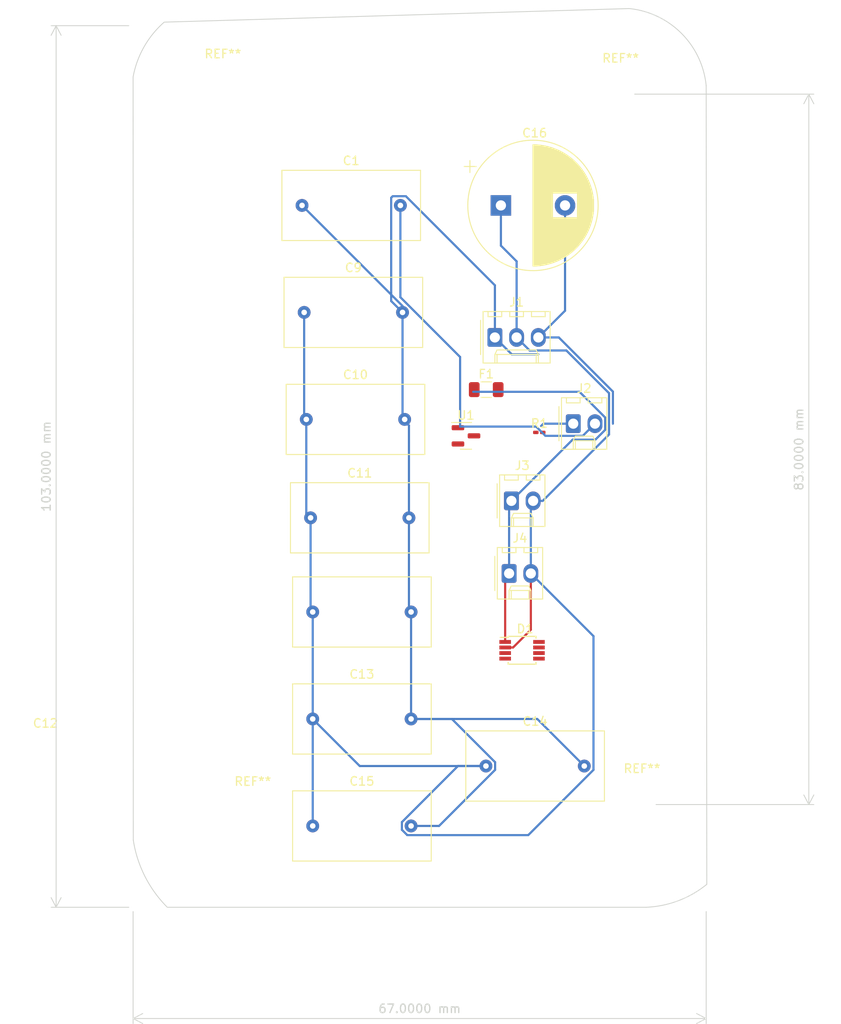
<source format=kicad_pcb>
(kicad_pcb (version 20240108) (generator "pcbnew") (generator_version "8.0")
  (title_block (title "hornsProject") (date "2022-08-16") (rev "1.0") (company "Illini Solar Car") (comment 1 "Designed By: Adam Kaszok"))
  (layers (0 "F.Cu" signal) (31 "B.Cu" signal) (34 "B.Paste" user) (35 "F.Paste" user) (36 "B.SilkS" user "B.Silkscreen") (37 "F.SilkS" user "F.Silkscreen") (38 "B.Mask" user) (39 "F.Mask" user) (44 "Edge.Cuts" user))
  (net 0 "")
  (net 1 "/HORN_CTRL")
  (net 2 "GND")
  (net 3 "+24V")
  (net 4 "/HORN_IN")
  (net 5 "Net-(U1A-Drain)")
  (footprint "layout:CP_Oval_L16.0mm_W8.0mm_P11.5mm" (layer "F.Cu") (at 82.75 163.5)
    (property "Reference" "C15" (at 0 -5.2197 0) (layer "F.SilkS"))
    (property "Value" "10uF")
    (fp_line (start -8.1016 -4.1016) (end -8.1016 4.1016) (stroke (width 0.12)) (layer "F.SilkS"))
    (fp_line (start -8.1016 -4.1016) (end 8.1036 -4.1016) (stroke (width 0.12)) (layer "F.SilkS"))
    (fp_line (start -8.1016 4.1016) (end 8.1036 4.1016) (stroke (width 0.12)) (layer "F.SilkS"))
    (fp_line (start 8.1036 -4.1016) (end 8.1036 4.1016) (stroke (width 0.12)) (layer "F.SilkS"))
    (pad "1" thru_hole circle (at -5.75 0) (size 1.5 1.5) (drill 0.65) (layers "*.Cu" "*.Mask") (net 3 "+24V"))
    (pad "2" thru_hole circle (at 5.75 0) (size 1.5 1.5) (drill 0.65) (layers "*.Cu" "*.Mask") (net 2 "GND"))
  )
  (footprint "Package_TO_SOT_SMD:SOT-23" (layer "F.Cu") (at 94.9175 117.922)
    (property "Reference" "U1" (at 0 -2.4 0) (layer "F.SilkS"))
    (property "Value" "MOSFET")
    (fp_line (start 0 -1.56) (end -1.675 -1.56) (stroke (width 0.12)) (layer "F.SilkS"))
    (fp_line (start 0 -1.56) (end 0.65 -1.56) (stroke (width 0.12)) (layer "F.SilkS"))
    (fp_line (start 0 1.56) (end -0.65 1.56) (stroke (width 0.12)) (layer "F.SilkS"))
    (fp_line (start 0 1.56) (end 0.65 1.56) (stroke (width 0.12)) (layer "F.SilkS"))
    (pad "1" smd roundrect (at -0.9375 -0.95) (size 1.475 0.6) (layers "F.Cu" "F.Paste" "F.Mask") (net 1 "/HORN_CTRL"))
    (pad "2" smd roundrect (at -0.9375 0.95) (size 1.475 0.6) (layers "F.Cu" "F.Paste" "F.Mask"))
    (pad "3" smd roundrect (at 0.9375 0) (size 1.475 0.6) (layers "F.Cu" "F.Paste" "F.Mask"))
  )
  (footprint "layout:CP_Oval_L16.0mm_W8.0mm_P11.5mm" (layer "F.Cu") (at 81.75 103.5)
    (property "Reference" "C9" (at 0 -5.2197 0) (layer "F.SilkS"))
    (property "Value" "0.1uF")
    (fp_line (start -8.1016 -4.1016) (end -8.1016 4.1016) (stroke (width 0.12)) (layer "F.SilkS"))
    (fp_line (start -8.1016 -4.1016) (end 8.1036 -4.1016) (stroke (width 0.12)) (layer "F.SilkS"))
    (fp_line (start -8.1016 4.1016) (end 8.1036 4.1016) (stroke (width 0.12)) (layer "F.SilkS"))
    (fp_line (start 8.1036 -4.1016) (end 8.1036 4.1016) (stroke (width 0.12)) (layer "F.SilkS"))
    (pad "1" thru_hole circle (at -5.75 0) (size 1.5 1.5) (drill 0.65) (layers "*.Cu" "*.Mask") (net 3 "+24V"))
    (pad "2" thru_hole circle (at 5.75 0) (size 1.5 1.5) (drill 0.65) (layers "*.Cu" "*.Mask") (net 2 "GND"))
  )
  (footprint "layout:CP_Oval_L16.0mm_W8.0mm_P11.5mm" (layer "F.Cu") (at 81.5 91)
    (property "Reference" "C1" (at 0 -5.2197 0) (layer "F.SilkS"))
    (property "Value" "0.1uF")
    (fp_line (start -8.1016 -4.1016) (end -8.1016 4.1016) (stroke (width 0.12)) (layer "F.SilkS"))
    (fp_line (start -8.1016 -4.1016) (end 8.1036 -4.1016) (stroke (width 0.12)) (layer "F.SilkS"))
    (fp_line (start -8.1016 4.1016) (end 8.1036 4.1016) (stroke (width 0.12)) (layer "F.SilkS"))
    (fp_line (start 8.1036 -4.1016) (end 8.1036 4.1016) (stroke (width 0.12)) (layer "F.SilkS"))
    (pad "1" thru_hole circle (at -5.75 0) (size 1.5 1.5) (drill 0.65) (layers "*.Cu" "*.Mask") (net 2 "GND"))
    (pad "2" thru_hole circle (at 5.75 0) (size 1.5 1.5) (drill 0.65) (layers "*.Cu" "*.Mask") (net 1 "/HORN_CTRL"))
  )
  (footprint "Connector_Molex:Molex_KK-254_AE-6410-02A_1x02_P2.54mm_Vertical" (layer "F.Cu") (at 107.46 116.5)
    (property "Reference" "J2" (at 1.27 -4.12 0) (layer "F.SilkS"))
    (property "Value" "Conn_01x02")
    (fp_line (start -1.67 -2) (end -1.67 2) (stroke (width 0.12)) (layer "F.SilkS"))
    (fp_line (start -1.38 -3.03) (end -1.38 2.99) (stroke (width 0.12)) (layer "F.SilkS"))
    (fp_line (start -1.38 2.99) (end 3.92 2.99) (stroke (width 0.12)) (layer "F.SilkS"))
    (fp_line (start -0.8 -3.03) (end -0.8 -2.43) (stroke (width 0.12)) (layer "F.SilkS"))
    (fp_line (start -0.8 -2.43) (end 0.8 -2.43) (stroke (width 0.12)) (layer "F.SilkS"))
    (fp_line (start 0 1.99) (end 0.25 1.46) (stroke (width 0.12)) (layer "F.SilkS"))
    (fp_line (start 0 1.99) (end 2.54 1.99) (stroke (width 0.12)) (layer "F.SilkS"))
    (fp_line (start 0 2.99) (end 0 1.99) (stroke (width 0.12)) (layer "F.SilkS"))
    (fp_line (start 0.25 1.46) (end 2.29 1.46) (stroke (width 0.12)) (layer "F.SilkS"))
    (fp_line (start 0.25 2.99) (end 0.25 1.99) (stroke (width 0.12)) (layer "F.SilkS"))
    (fp_line (start 0.8 -2.43) (end 0.8 -3.03) (stroke (width 0.12)) (layer "F.SilkS"))
    (fp_line (start 1.74 -3.03) (end 1.74 -2.43) (stroke (width 0.12)) (layer "F.SilkS"))
    (fp_line (start 1.74 -2.43) (end 3.34 -2.43) (stroke (width 0.12)) (layer "F.SilkS"))
    (fp_line (start 2.29 1.46) (end 2.54 1.99) (stroke (width 0.12)) (layer "F.SilkS"))
    (fp_line (start 2.29 2.99) (end 2.29 1.99) (stroke (width 0.12)) (layer "F.SilkS"))
    (fp_line (start 2.54 1.99) (end 2.54 2.99) (stroke (width 0.12)) (layer "F.SilkS"))
    (fp_line (start 3.34 -2.43) (end 3.34 -3.03) (stroke (width 0.12)) (layer "F.SilkS"))
    (fp_line (start 3.92 -3.03) (end -1.38 -3.03) (stroke (width 0.12)) (layer "F.SilkS"))
    (fp_line (start 3.92 2.99) (end 3.92 -3.03) (stroke (width 0.12)) (layer "F.SilkS"))
    (pad "1" thru_hole roundrect (at 0 0) (size 1.74 2.19) (drill 1.19) (layers "*.Cu" "*.Mask") (roundrect_rratio 0.143678) (net 2 "GND"))
    (pad "2" thru_hole oval (at 2.54 0) (size 1.74 2.19) (drill 1.19) (layers "*.Cu" "*.Mask") (net 1 "/HORN_CTRL"))
  )
  (footprint "layout:Diodes_MSOP-8" (layer "F.Cu") (at 101.475 142.975)
    (property "Reference" "D1" (at 0.35 -2.5 0) (layer "F.SilkS"))
    (property "Value" "RECTIFIER DIODE")
    (fp_line (start -1.625 -1.625) (end -1.625 -1.5) (stroke (width 0.15)) (layer "F.SilkS"))
    (fp_line (start -1.625 -1.625) (end 1.625 -1.625) (stroke (width 0.15)) (layer "F.SilkS"))
    (fp_line (start -1.625 -1.5) (end -2.55 -1.5) (stroke (width 0.15)) (layer "F.SilkS"))
    (fp_line (start -1.625 1.625) (end -1.625 1.41) (stroke (width 0.15)) (layer "F.SilkS"))
    (fp_line (start -1.625 1.625) (end 1.625 1.625) (stroke (width 0.15)) (layer "F.SilkS"))
    (fp_line (start 1.625 -1.625) (end 1.625 -1.41) (stroke (width 0.15)) (layer "F.SilkS"))
    (fp_line (start 1.625 1.625) (end 1.625 1.41) (stroke (width 0.15)) (layer "F.SilkS"))
    (pad "1" smd rect (at -1.975 -0.975) (size 1.35 0.45) (layers "F.Cu" "F.Paste" "F.Mask") (net 4 "/HORN_IN"))
    (pad "2" smd rect (at -1.975 -0.325) (size 1.35 0.45) (layers "F.Cu" "F.Paste" "F.Mask") (net 3 "+24V"))
    (pad "3" smd rect (at -1.975 0.325) (size 1.35 0.45) (layers "F.Cu" "F.Paste" "F.Mask"))
    (pad "4" smd rect (at -1.975 0.975) (size 1.35 0.45) (layers "F.Cu" "F.Paste" "F.Mask"))
    (pad "5" smd rect (at 1.975 0.975) (size 1.35 0.45) (layers "F.Cu" "F.Paste" "F.Mask"))
    (pad "6" smd rect (at 1.975 0.325) (size 1.35 0.45) (layers "F.Cu" "F.Paste" "F.Mask"))
    (pad "7" smd rect (at 1.975 -0.325) (size 1.35 0.45) (layers "F.Cu" "F.Paste" "F.Mask"))
    (pad "8" smd rect (at 1.975 -0.975) (size 1.35 0.45) (layers "F.Cu" "F.Paste" "F.Mask"))
  )
  (footprint "layout:CP_Radial_D14.5mm_P7.50mm" (layer "F.Cu") (at 99 91)
    (property "Reference" "C16" (at 3.95 -8.46 0) (layer "F.SilkS"))
    (property "Value" "100uF")
    (fp_line (start -4.29 -4.55) (end -2.89 -4.55) (stroke (width 0.12)) (layer "F.SilkS"))
    (fp_line (start -3.62 -5.24) (end -3.62 -3.84) (stroke (width 0.12)) (layer "F.SilkS"))
    (fp_line (start 3.75 -7.08) (end 3.75 7.08) (stroke (width 0.12)) (layer "F.SilkS"))
    (fp_line (start 3.79 -7.08) (end 3.79 7.08) (stroke (width 0.12)) (layer "F.SilkS"))
    (fp_line (start 3.83 -7.08) (end 3.83 7.08) (stroke (width 0.12)) (layer "F.SilkS"))
    (fp_line (start 3.87 -7.079) (end 3.87 7.079) (stroke (width 0.12)) (layer "F.SilkS"))
    (fp_line (start 3.91 -7.079) (end 3.91 7.079) (stroke (width 0.12)) (layer "F.SilkS"))
    (fp_line (start 3.95 -7.078) (end 3.95 7.078) (stroke (width 0.12)) (layer "F.SilkS"))
    (fp_line (start 3.99 -7.076) (end 3.99 7.076) (stroke (width 0.12)) (layer "F.SilkS"))
    (fp_line (start 4.03 -7.075) (end 4.03 7.075) (stroke (width 0.12)) (layer "F.SilkS"))
    (fp_line (start 4.07 -7.073) (end 4.07 7.073) (stroke (width 0.12)) (layer "F.SilkS"))
    (fp_line (start 4.11 -7.071) (end 4.11 7.071) (stroke (width 0.12)) (layer "F.SilkS"))
    (fp_line (start 4.15 -7.069) (end 4.15 7.069) (stroke (width 0.12)) (layer "F.SilkS"))
    (fp_line (start 4.19 -7.067) (end 4.19 7.067) (stroke (width 0.12)) (layer "F.SilkS"))
    (fp_line (start 4.23 -7.064) (end 4.23 7.064) (stroke (width 0.12)) (layer "F.SilkS"))
    (fp_line (start 4.27 -7.061) (end 4.27 7.061) (stroke (width 0.12)) (layer "F.SilkS"))
    (fp_line (start 4.31 -7.058) (end 4.31 7.058) (stroke (width 0.12)) (layer "F.SilkS"))
    (fp_line (start 4.35 -7.055) (end 4.35 7.055) (stroke (width 0.12)) (layer "F.SilkS"))
    (fp_line (start 4.39 -7.052) (end 4.39 7.052) (stroke (width 0.12)) (layer "F.SilkS"))
    (fp_line (start 4.43 -7.048) (end 4.43 7.048) (stroke (width 0.12)) (layer "F.SilkS"))
    (fp_line (start 4.471 -7.044) (end 4.471 7.044) (stroke (width 0.12)) (layer "F.SilkS"))
    (fp_line (start 4.511 -7.04) (end 4.511 7.04) (stroke (width 0.12)) (layer "F.SilkS"))
    (fp_line (start 4.551 -7.035) (end 4.551 7.035) (stroke (width 0.12)) (layer "F.SilkS"))
    (fp_line (start 4.591 -7.031) (end 4.591 7.031) (stroke (width 0.12)) (layer "F.SilkS"))
    (fp_line (start 4.631 -7.026) (end 4.631 7.026) (stroke (width 0.12)) (layer "F.SilkS"))
    (fp_line (start 4.671 -7.021) (end 4.671 7.021) (stroke (width 0.12)) (layer "F.SilkS"))
    (fp_line (start 4.711 -7.015) (end 4.711 7.015) (stroke (width 0.12)) (layer "F.SilkS"))
    (fp_line (start 4.751 -7.01) (end 4.751 7.01) (stroke (width 0.12)) (layer "F.SilkS"))
    (fp_line (start 4.791 -7.004) (end 4.791 7.004) (stroke (width 0.12)) (layer "F.SilkS"))
    (fp_line (start 4.831 -6.998) (end 4.831 6.998) (stroke (width 0.12)) (layer "F.SilkS"))
    (fp_line (start 4.871 -6.992) (end 4.871 6.992) (stroke (width 0.12)) (layer "F.SilkS"))
    (fp_line (start 4.911 -6.985) (end 4.911 6.985) (stroke (width 0.12)) (layer "F.SilkS"))
    (fp_line (start 4.951 -6.979) (end 4.951 6.979) (stroke (width 0.12)) (layer "F.SilkS"))
    (fp_line (start 4.991 -6.972) (end 4.991 6.972) (stroke (width 0.12)) (layer "F.SilkS"))
    (fp_line (start 5.031 -6.964) (end 5.031 6.964) (stroke (width 0.12)) (layer "F.SilkS"))
    (fp_line (start 5.071 -6.957) (end 5.071 6.957) (stroke (width 0.12)) (layer "F.SilkS"))
    (fp_line (start 5.111 -6.949) (end 5.111 6.949) (stroke (width 0.12)) (layer "F.SilkS"))
    (fp_line (start 5.151 -6.942) (end 5.151 6.942) (stroke (width 0.12)) (layer "F.SilkS"))
    (fp_line (start 5.191 -6.933) (end 5.191 6.933) (stroke (width 0.12)) (layer "F.SilkS"))
    (fp_line (start 5.231 -6.925) (end 5.231 6.925) (stroke (width 0.12)) (layer "F.SilkS"))
    (fp_line (start 5.271 -6.916) (end 5.271 6.916) (stroke (width 0.12)) (layer "F.SilkS"))
    (fp_line (start 5.311 -6.907) (end 5.311 6.907) (stroke (width 0.12)) (layer "F.SilkS"))
    (fp_line (start 5.351 -6.898) (end 5.351 6.898) (stroke (width 0.12)) (layer "F.SilkS"))
    (fp_line (start 5.391 -6.889) (end 5.391 6.889) (stroke (width 0.12)) (layer "F.SilkS"))
    (fp_line (start 5.431 -6.879) (end 5.431 6.879) (stroke (width 0.12)) (layer "F.SilkS"))
    (fp_line (start 5.471 -6.87) (end 5.471 6.87) (stroke (width 0.12)) (layer "F.SilkS"))
    (fp_line (start 5.511 -6.86) (end 5.511 6.86) (stroke (width 0.12)) (layer "F.SilkS"))
    (fp_line (start 5.551 -6.849) (end 5.551 6.849) (stroke (width 0.12)) (layer "F.SilkS"))
    (fp_line (start 5.591 -6.839) (end 5.591 6.839) (stroke (width 0.12)) (layer "F.SilkS"))
    (fp_line (start 5.631 -6.828) (end 5.631 6.828) (stroke (width 0.12)) (layer "F.SilkS"))
    (fp_line (start 5.671 -6.817) (end 5.671 6.817) (stroke (width 0.12)) (layer "F.SilkS"))
    (fp_line (start 5.711 -6.805) (end 5.711 6.805) (stroke (width 0.12)) (layer "F.SilkS"))
    (fp_line (start 5.751 -6.794) (end 5.751 6.794) (stroke (width 0.12)) (layer "F.SilkS"))
    (fp_line (start 5.791 -6.782) (end 5.791 6.782) (stroke (width 0.12)) (layer "F.SilkS"))
    (fp_line (start 5.831 -6.77) (end 5.831 6.77) (stroke (width 0.12)) (layer "F.SilkS"))
    (fp_line (start 5.871 -6.758) (end 5.871 6.758) (stroke (width 0.12)) (layer "F.SilkS"))
    (fp_line (start 5.911 -6.745) (end 5.911 6.745) (stroke (width 0.12)) (layer "F.SilkS"))
    (fp_line (start 5.951 -6.732) (end 5.951 6.732) (stroke (width 0.12)) (layer "F.SilkS"))
    (fp_line (start 5.991 -6.719) (end 5.991 6.719) (stroke (width 0.12)) (layer "F.SilkS"))
    (fp_line (start 6.031 -6.706) (end 6.031 6.706) (stroke (width 0.12)) (layer "F.SilkS"))
    (fp_line (start 6.071 -6.692) (end 6.071 -1.44) (stroke (width 0.12)) (layer "F.SilkS"))
    (fp_line (start 6.071 1.44) (end 6.071 6.692) (stroke (width 0.12)) (layer "F.SilkS"))
    (fp_line (start 6.111 -6.678) (end 6.111 -1.44) (stroke (width 0.12)) (layer "F.SilkS"))
    (fp_line (start 6.111 1.44) (end 6.111 6.678) (stroke (width 0.12)) (layer "F.SilkS"))
    (fp_line (start 6.151 -6.664) (end 6.151 -1.44) (stroke (width 0.12)) (layer "F.SilkS"))
    (fp_line (start 6.151 1.44) (end 6.151 6.664) (stroke (width 0.12)) (layer "F.SilkS"))
    (fp_line (start 6.191 -6.649) (end 6.191 -1.44) (stroke (width 0.12)) (layer "F.SilkS"))
    (fp_line (start 6.191 1.44) (end 6.191 6.649) (stroke (width 0.12)) (layer "F.SilkS"))
    (fp_line (start 6.231 -6.635) (end 6.231 -1.44) (stroke (width 0.12)) (layer "F.SilkS"))
    (fp_line (start 6.231 1.44) (end 6.231 6.635) (stroke (width 0.12)) (layer "F.SilkS"))
    (fp_line (start 6.271 -6.62) (end 6.271 -1.44) (stroke (width 0.12)) (layer "F.SilkS"))
    (fp_line (start 6.271 1.44) (end 6.271 6.62) (stroke (width 0.12)) (layer "F.SilkS"))
    (fp_line (start 6.311 -6.604) (end 6.311 -1.44) (stroke (width 0.12)) (layer "F.SilkS"))
    (fp_line (start 6.311 1.44) (end 6.311 6.604) (stroke (width 0.12)) (layer "F.SilkS"))
    (fp_line (start 6.351 -6.589) (end 6.351 -1.44) (stroke (width 0.12)) (layer "F.SilkS"))
    (fp_line (start 6.351 1.44) (end 6.351 6.589) (stroke (width 0.12)) (layer "F.SilkS"))
    (fp_line (start 6.391 -6.573) (end 6.391 -1.44) (stroke (width 0.12)) (layer "F.SilkS"))
    (fp_line (start 6.391 1.44) (end 6.391 6.573) (stroke (width 0.12)) (layer "F.SilkS"))
    (fp_line (start 6.431 -6.557) (end 6.431 -1.44) (stroke (width 0.12)) (layer "F.SilkS"))
    (fp_line (start 6.431 1.44) (end 6.431 6.557) (stroke (width 0.12)) (layer "F.SilkS"))
    (fp_line (start 6.471 -6.54) (end 6.471 -1.44) (stroke (width 0.12)) (layer "F.SilkS"))
    (fp_line (start 6.471 1.44) (end 6.471 6.54) (stroke (width 0.12)) (layer "F.SilkS"))
    (fp_line (start 6.511 -6.524) (end 6.511 -1.44) (stroke (width 0.12)) (layer "F.SilkS"))
    (fp_line (start 6.511 1.44) (end 6.511 6.524) (stroke (width 0.12)) (layer "F.SilkS"))
    (fp_line (start 6.551 -6.507) (end 6.551 -1.44) (stroke (width 0.12)) (layer "F.SilkS"))
    (fp_line (start 6.551 1.44) (end 6.551 6.507) (stroke (width 0.12)) (layer "F.SilkS"))
    (fp_line (start 6.591 -6.49) (end 6.591 -1.44) (stroke (width 0.12)) (layer "F.SilkS"))
    (fp_line (start 6.591 1.44) (end 6.591 6.49) (stroke (width 0.12)) (layer "F.SilkS"))
    (fp_line (start 6.631 -6.472) (end 6.631 -1.44) (stroke (width 0.12)) (layer "F.SilkS"))
    (fp_line (start 6.631 1.44) (end 6.631 6.472) (stroke (width 0.12)) (layer "F.SilkS"))
    (fp_line (start 6.671 -6.454) (end 6.671 -1.44) (stroke (width 0.12)) (layer "F.SilkS"))
    (fp_line (start 6.671 1.44) (end 6.671 6.454) (stroke (width 0.12)) (layer "F.SilkS"))
    (fp_line (start 6.711 -6.436) (end 6.711 -1.44) (stroke (width 0.12)) (layer "F.SilkS"))
    (fp_line (start 6.711 1.44) (end 6.711 6.436) (stroke (width 0.12)) (layer "F.SilkS"))
    (fp_line (start 6.751 -6.418) (end 6.751 -1.44) (stroke (width 0.12)) (layer "F.SilkS"))
    (fp_line (start 6.751 1.44) (end 6.751 6.418) (stroke (width 0.12)) (layer "F.SilkS"))
    (fp_line (start 6.791 -6.399) (end 6.791 -1.44) (stroke (width 0.12)) (layer "F.SilkS"))
    (fp_line (start 6.791 1.44) (end 6.791 6.399) (stroke (width 0.12)) (layer "F.SilkS"))
    (fp_line (start 6.831 -6.38) (end 6.831 -1.44) (stroke (width 0.12)) (layer "F.SilkS"))
    (fp_line (start 6.831 1.44) (end 6.831 6.38) (stroke (width 0.12)) (layer "F.SilkS"))
    (fp_line (start 6.871 -6.36) (end 6.871 -1.44) (stroke (width 0.12)) (layer "F.SilkS"))
    (fp_line (start 6.871 1.44) (end 6.871 6.36) (stroke (width 0.12)) (layer "F.SilkS"))
    (fp_line (start 6.911 -6.341) (end 6.911 -1.44) (stroke (width 0.12)) (layer "F.SilkS"))
    (fp_line (start 6.911 1.44) (end 6.911 6.341) (stroke (width 0.12)) (layer "F.SilkS"))
    (fp_line (start 6.951 -6.321) (end 6.951 -1.44) (stroke (width 0.12)) (layer "F.SilkS"))
    (fp_line (start 6.951 1.44) (end 6.951 6.321) (stroke (width 0.12)) (layer "F.SilkS"))
    (fp_line (start 6.991 -6.301) (end 6.991 -1.44) (stroke (width 0.12)) (layer "F.SilkS"))
    (fp_line (start 6.991 1.44) (end 6.991 6.301) (stroke (width 0.12)) (layer "F.SilkS"))
    (fp_line (start 7.031 -6.28) (end 7.031 -1.44) (stroke (width 0.12)) (layer "F.SilkS"))
    (fp_line (start 7.031 1.44) (end 7.031 6.28) (stroke (width 0.12)) (layer "F.SilkS"))
    (fp_line (start 7.071 -6.259) (end 7.071 -1.44) (stroke (width 0.12)) (layer "F.SilkS"))
    (fp_line (start 7.071 1.44) (end 7.071 6.259) (stroke (width 0.12)) (layer "F.SilkS"))
    (fp_line (start 7.111 -6.238) (end 7.111 -1.44) (stroke (width 0.12)) (layer "F.SilkS"))
    (fp_line (start 7.111 1.44) (end 7.111 6.238) (stroke (width 0.12)) (layer "F.SilkS"))
    (fp_line (start 7.151 -6.216) (end 7.151 -1.44) (stroke (width 0.12)) (layer "F.SilkS"))
    (fp_line (start 7.151 1.44) (end 7.151 6.216) (stroke (width 0.12)) (layer "F.SilkS"))
    (fp_line (start 7.191 -6.194) (end 7.191 -1.44) (stroke (width 0.12)) (layer "F.SilkS"))
    (fp_line (start 7.191 1.44) (end 7.191 6.194) (stroke (width 0.12)) (layer "F.SilkS"))
    (fp_line (start 7.231 -6.172) (end 7.231 -1.44) (stroke (width 0.12)) (layer "F.SilkS"))
    (fp_line (start 7.231 1.44) (end 7.231 6.172) (stroke (width 0.12)) (layer "F.SilkS"))
    (fp_line (start 7.271 -6.15) (end 7.271 -1.44) (stroke (width 0.12)) (layer "F.SilkS"))
    (fp_line (start 7.271 1.44) (end 7.271 6.15) (stroke (width 0.12)) (layer "F.SilkS"))
    (fp_line (start 7.311 -6.127) (end 7.311 -1.44) (stroke (width 0.12)) (layer "F.SilkS"))
    (fp_line (start 7.311 1.44) (end 7.311 6.127) (stroke (width 0.12)) (layer "F.SilkS"))
    (fp_line (start 7.351 -6.103) (end 7.351 -1.44) (stroke (width 0.12)) (layer "F.SilkS"))
    (fp_line (start 7.351 1.44) (end 7.351 6.103) (stroke (width 0.12)) (layer "F.SilkS"))
    (fp_line (start 7.391 -6.08) (end 7.391 -1.44) (stroke (width 0.12)) (layer "F.SilkS"))
    (fp_line (start 7.391 1.44) (end 7.391 6.08) (stroke (width 0.12)) (layer "F.SilkS"))
    (fp_line (start 7.431 -6.056) (end 7.431 -1.44) (stroke (width 0.12)) (layer "F.SilkS"))
    (fp_line (start 7.431 1.44) (end 7.431 6.056) (stroke (width 0.12)) (layer "F.SilkS"))
    (fp_line (start 7.471 -6.031) (end 7.471 -1.44) (stroke (width 0.12)) (layer "F.SilkS"))
    (fp_line (start 7.471 1.44) (end 7.471 6.031) (stroke (width 0.12)) (layer "F.SilkS"))
    (fp_line (start 7.511 -6.007) (end 7.511 -1.44) (stroke (width 0.12)) (layer "F.SilkS"))
    (fp_line (start 7.511 1.44) (end 7.511 6.007) (stroke (width 0.12)) (layer "F.SilkS"))
    (fp_line (start 7.551 -5.982) (end 7.551 -1.44) (stroke (width 0.12)) (layer "F.SilkS"))
    (fp_line (start 7.551 1.44) (end 7.551 5.982) (stroke (width 0.12)) (layer "F.SilkS"))
    (fp_line (start 7.591 -5.956) (end 7.591 -1.44) (stroke (width 0.12)) (layer "F.SilkS"))
    (fp_line (start 7.591 1.44) (end 7.591 5.956) (stroke (width 0.12)) (layer "F.SilkS"))
    (fp_line (start 7.631 -5.93) (end 7.631 -1.44) (stroke (width 0.12)) (layer "F.SilkS"))
    (fp_line (start 7.631 1.44) (end 7.631 5.93) (stroke (width 0.12)) (layer "F.SilkS"))
    (fp_line (start 7.671 -5.904) (end 7.671 -1.44) (stroke (width 0.12)) (layer "F.SilkS"))
    (fp_line (start 7.671 1.44) (end 7.671 5.904) (stroke (width 0.12)) (layer "F.SilkS"))
    (fp_line (start 7.711 -5.878) (end 7.711 -1.44) (stroke (width 0.12)) (layer "F.SilkS"))
    (fp_line (start 7.711 1.44) (end 7.711 5.878) (stroke (width 0.12)) (layer "F.SilkS"))
    (fp_line (start 7.751 -5.851) (end 7.751 -1.44) (stroke (width 0.12)) (layer "F.SilkS"))
    (fp_line (start 7.751 1.44) (end 7.751 5.851) (stroke (width 0.12)) (layer "F.SilkS"))
    (fp_line (start 7.791 -5.823) (end 7.791 -1.44) (stroke (width 0.12)) (layer "F.SilkS"))
    (fp_line (start 7.791 1.44) (end 7.791 5.823) (stroke (width 0.12)) (layer "F.SilkS"))
    (fp_line (start 7.831 -5.796) (end 7.831 -1.44) (stroke (width 0.12)) (layer "F.SilkS"))
    (fp_line (start 7.831 1.44) (end 7.831 5.796) (stroke (width 0.12)) (layer "F.SilkS"))
    (fp_line (start 7.871 -5.767) (end 7.871 -1.44) (stroke (width 0.12)) (layer "F.SilkS"))
    (fp_line (start 7.871 1.44) (end 7.871 5.767) (stroke (width 0.12)) (layer "F.SilkS"))
    (fp_line (start 7.911 -5.739) (end 7.911 -1.44) (stroke (width 0.12)) (layer "F.SilkS"))
    (fp_line (start 7.911 1.44) (end 7.911 5.739) (stroke (width 0.12)) (layer "F.SilkS"))
    (fp_line (start 7.951 -5.71) (end 7.951 -1.44) (stroke (width 0.12)) (layer "F.SilkS"))
    (fp_line (start 7.951 1.44) (end 7.951 5.71) (stroke (width 0.12)) (layer "F.SilkS"))
    (fp_line (start 7.991 -5.68) (end 7.991 -1.44) (stroke (width 0.12)) (layer "F.SilkS"))
    (fp_line (start 7.991 1.44) (end 7.991 5.68) (stroke (width 0.12)) (layer "F.SilkS"))
    (fp_line (start 8.031 -5.65) (end 8.031 -1.44) (stroke (width 0.12)) (layer "F.SilkS"))
    (fp_line (start 8.031 1.44) (end 8.031 5.65) (stroke (width 0.12)) (layer "F.SilkS"))
    (fp_line (start 8.071 -5.62) (end 8.071 -1.44) (stroke (width 0.12)) (layer "F.SilkS"))
    (fp_line (start 8.071 1.44) (end 8.071 5.62) (stroke (width 0.12)) (layer "F.SilkS"))
    (fp_line (start 8.111 -5.589) (end 8.111 -1.44) (stroke (width 0.12)) (layer "F.SilkS"))
    (fp_line (start 8.111 1.44) (end 8.111 5.589) (stroke (width 0.12)) (layer "F.SilkS"))
    (fp_line (start 8.151 -5.558) (end 8.151 -1.44) (stroke (width 0.12)) (layer "F.SilkS"))
    (fp_line (start 8.151 1.44) (end 8.151 5.558) (stroke (width 0.12)) (layer "F.SilkS"))
    (fp_line (start 8.191 -5.527) (end 8.191 -1.44) (stroke (width 0.12)) (layer "F.SilkS"))
    (fp_line (start 8.191 1.44) (end 8.191 5.527) (stroke (width 0.12)) (layer "F.SilkS"))
    (fp_line (start 8.231 -5.494) (end 8.231 -1.44) (stroke (width 0.12)) (layer "F.SilkS"))
    (fp_line (start 8.231 1.44) (end 8.231 5.494) (stroke (width 0.12)) (layer "F.SilkS"))
    (fp_line (start 8.271 -5.462) (end 8.271 -1.44) (stroke (width 0.12)) (layer "F.SilkS"))
    (fp_line (start 8.271 1.44) (end 8.271 5.462) (stroke (width 0.12)) (layer "F.SilkS"))
    (fp_line (start 8.311 -5.429) (end 8.311 -1.44) (stroke (width 0.12)) (layer "F.SilkS"))
    (fp_line (start 8.311 1.44) (end 8.311 5.429) (stroke (width 0.12)) (layer "F.SilkS"))
    (fp_line (start 8.351 -5.395) (end 8.351 -1.44) (stroke (width 0.12)) (layer "F.SilkS"))
    (fp_line (start 8.351 1.44) (end 8.351 5.395) (stroke (width 0.12)) (layer "F.SilkS"))
    (fp_line (start 8.391 -5.361) (end 8.391 -1.44) (stroke (width 0.12)) (layer "F.SilkS"))
    (fp_line (start 8.391 1.44) (end 8.391 5.361) (stroke (width 0.12)) (layer "F.SilkS"))
    (fp_line (start 8.431 -5.326) (end 8.431 -1.44) (stroke (width 0.12)) (layer "F.SilkS"))
    (fp_line (start 8.431 1.44) (end 8.431 5.326) (stroke (width 0.12)) (layer "F.SilkS"))
    (fp_line (start 8.471 -5.291) (end 8.471 -1.44) (stroke (width 0.12)) (layer "F.SilkS"))
    (fp_line (start 8.471 1.44) (end 8.471 5.291) (stroke (width 0.12)) (layer "F.SilkS"))
    (fp_line (start 8.511 -5.255) (end 8.511 -1.44) (stroke (width 0.12)) (layer "F.SilkS"))
    (fp_line (start 8.511 1.44) (end 8.511 5.255) (stroke (width 0.12)) (layer "F.SilkS"))
    (fp_line (start 8.551 -5.219) (end 8.551 -1.44) (stroke (width 0.12)) (layer "F.SilkS"))
    (fp_line (start 8.551 1.44) (end 8.551 5.219) (stroke (width 0.12)) (layer "F.SilkS"))
    (fp_line (start 8.591 -5.182) (end 8.591 -1.44) (stroke (width 0.12)) (layer "F.SilkS"))
    (fp_line (start 8.591 1.44) (end 8.591 5.182) (stroke (width 0.12)) (layer "F.SilkS"))
    (fp_line (start 8.631 -5.145) (end 8.631 -1.44) (stroke (width 0.12)) (layer "F.SilkS"))
    (fp_line (start 8.631 1.44) (end 8.631 5.145) (stroke (width 0.12)) (layer "F.SilkS"))
    (fp_line (start 8.671 -5.107) (end 8.671 -1.44) (stroke (width 0.12)) (layer "F.SilkS"))
    (fp_line (start 8.671 1.44) (end 8.671 5.107) (stroke (width 0.12)) (layer "F.SilkS"))
    (fp_line (start 8.711 -5.069) (end 8.711 -1.44) (stroke (width 0.12)) (layer "F.SilkS"))
    (fp_line (start 8.711 1.44) (end 8.711 5.069) (stroke (width 0.12)) (layer "F.SilkS"))
    (fp_line (start 8.751 -5.029) (end 8.751 -1.44) (stroke (width 0.12)) (layer "F.SilkS"))
    (fp_line (start 8.751 1.44) (end 8.751 5.029) (stroke (width 0.12)) (layer "F.SilkS"))
    (fp_line (start 8.791 -4.99) (end 8.791 -1.44) (stroke (width 0.12)) (layer "F.SilkS"))
    (fp_line (start 8.791 1.44) (end 8.791 4.99) (stroke (width 0.12)) (layer "F.SilkS"))
    (fp_line (start 8.831 -4.949) (end 8.831 -1.44) (stroke (width 0.12)) (layer "F.SilkS"))
    (fp_line (start 8.831 1.44) (end 8.831 4.949) (stroke (width 0.12)) (layer "F.SilkS"))
    (fp_line (start 8.871 -4.908) (end 8.871 -1.44) (stroke (width 0.12)) (layer "F.SilkS"))
    (fp_line (start 8.871 1.44) (end 8.871 4.908) (stroke (width 0.12)) (layer "F.SilkS"))
    (fp_line (start 8.911 -4.866) (end 8.911 -1.44) (stroke (width 0.12)) (layer "F.SilkS"))
    (fp_line (start 8.911 1.44) (end 8.911 4.866) (stroke (width 0.12)) (layer "F.SilkS"))
    (fp_line (start 8.951 -4.824) (end 8.951 4.824) (stroke (width 0.12)) (layer "F.SilkS"))
    (fp_line (start 8.991 -4.781) (end 8.991 4.781) (stroke (width 0.12)) (layer "F.SilkS"))
    (fp_line (start 9.031 -4.737) (end 9.031 4.737) (stroke (width 0.12)) (layer "F.SilkS"))
    (fp_line (start 9.071 -4.693) (end 9.071 4.693) (stroke (width 0.12)) (layer "F.SilkS"))
    (fp_line (start 9.111 -4.647) (end 9.111 4.647) (stroke (width 0.12)) (layer "F.SilkS"))
    (fp_line (start 9.151 -4.601) (end 9.151 4.601) (stroke (width 0.12)) (layer "F.SilkS"))
    (fp_line (start 9.191 -4.554) (end 9.191 4.554) (stroke (width 0.12)) (layer "F.SilkS"))
    (fp_line (start 9.231 -4.506) (end 9.231 4.506) (stroke (width 0.12)) (layer "F.SilkS"))
    (fp_line (start 9.271 -4.458) (end 9.271 4.458) (stroke (width 0.12)) (layer "F.SilkS"))
    (fp_line (start 9.311 -4.408) (end 9.311 4.408) (stroke (width 0.12)) (layer "F.SilkS"))
    (fp_line (start 9.351 -4.358) (end 9.351 4.358) (stroke (width 0.12)) (layer "F.SilkS"))
    (fp_line (start 9.391 -4.306) (end 9.391 4.306) (stroke (width 0.12)) (layer "F.SilkS"))
    (fp_line (start 9.431 -4.254) (end 9.431 4.254) (stroke (width 0.12)) (layer "F.SilkS"))
    (fp_line (start 9.471 -4.2) (end 9.471 4.2) (stroke (width 0.12)) (layer "F.SilkS"))
    (fp_line (start 9.511 -4.146) (end 9.511 4.146) (stroke (width 0.12)) (layer "F.SilkS"))
    (fp_line (start 9.551 -4.09) (end 9.551 4.09) (stroke (width 0.12)) (layer "F.SilkS"))
    (fp_line (start 9.591 -4.033) (end 9.591 4.033) (stroke (width 0.12)) (layer "F.SilkS"))
    (fp_line (start 9.631 -3.975) (end 9.631 3.975) (stroke (width 0.12)) (layer "F.SilkS"))
    (fp_line (start 9.671 -3.916) (end 9.671 3.916) (stroke (width 0.12)) (layer "F.SilkS"))
    (fp_line (start 9.711 -3.856) (end 9.711 3.856) (stroke (width 0.12)) (layer "F.SilkS"))
    (fp_line (start 9.751 -3.794) (end 9.751 3.794) (stroke (width 0.12)) (layer "F.SilkS"))
    (fp_line (start 9.791 -3.73) (end 9.791 3.73) (stroke (width 0.12)) (layer "F.SilkS"))
    (fp_line (start 9.831 -3.666) (end 9.831 3.666) (stroke (width 0.12)) (layer "F.SilkS"))
    (fp_line (start 9.871 -3.599) (end 9.871 3.599) (stroke (width 0.12)) (layer "F.SilkS"))
    (fp_line (start 9.911 -3.531) (end 9.911 3.531) (stroke (width 0.12)) (layer "F.SilkS"))
    (fp_line (start 9.951 -3.461) (end 9.951 3.461) (stroke (width 0.12)) (layer "F.SilkS"))
    (fp_line (start 9.991 -3.389) (end 9.991 3.389) (stroke (width 0.12)) (layer "F.SilkS"))
    (fp_line (start 10.031 -3.315) (end 10.031 3.315) (stroke (width 0.12)) (layer "F.SilkS"))
    (fp_line (start 10.071 -3.24) (end 10.071 3.24) (stroke (width 0.12)) (layer "F.SilkS"))
    (fp_line (start 10.111 -3.161) (end 10.111 3.161) (stroke (width 0.12)) (layer "F.SilkS"))
    (fp_line (start 10.151 -3.08) (end 10.151 3.08) (stroke (width 0.12)) (layer "F.SilkS"))
    (fp_line (start 10.191 -2.997) (end 10.191 2.997) (stroke (width 0.12)) (layer "F.SilkS"))
    (fp_line (start 10.231 -2.911) (end 10.231 2.911) (stroke (width 0.12)) (layer "F.SilkS"))
    (fp_line (start 10.271 -2.821) (end 10.271 2.821) (stroke (width 0.12)) (layer "F.SilkS"))
    (fp_line (start 10.311 -2.728) (end 10.311 2.728) (stroke (width 0.12)) (layer "F.SilkS"))
    (fp_line (start 10.351 -2.632) (end 10.351 2.632) (stroke (width 0.12)) (layer "F.SilkS"))
    (fp_line (start 10.391 -2.53) (end 10.391 2.53) (stroke (width 0.12)) (layer "F.SilkS"))
    (fp_line (start 10.431 -2.425) (end 10.431 2.425) (stroke (width 0.12)) (layer "F.SilkS"))
    (fp_line (start 10.471 -2.313) (end 10.471 2.313) (stroke (width 0.12)) (layer "F.SilkS"))
    (fp_line (start 10.511 -2.196) (end 10.511 2.196) (stroke (width 0.12)) (layer "F.SilkS"))
    (fp_line (start 10.551 -2.071) (end 10.551 2.071) (stroke (width 0.12)) (layer "F.SilkS"))
    (fp_line (start 10.591 -1.938) (end 10.591 1.938) (stroke (width 0.12)) (layer "F.SilkS"))
    (fp_line (start 10.631 -1.794) (end 10.631 1.794) (stroke (width 0.12)) (layer "F.SilkS"))
    (fp_line (start 10.671 -1.636) (end 10.671 1.636) (stroke (width 0.12)) (layer "F.SilkS"))
    (fp_line (start 10.711 -1.461) (end 10.711 1.461) (stroke (width 0.12)) (layer "F.SilkS"))
    (fp_line (start 10.751 -1.262) (end 10.751 1.262) (stroke (width 0.12)) (layer "F.SilkS"))
    (fp_line (start 10.791 -1.025) (end 10.791 1.025) (stroke (width 0.12)) (layer "F.SilkS"))
    (fp_line (start 10.831 -0.714) (end 10.831 0.714) (stroke (width 0.12)) (layer "F.SilkS"))
    (fp_circle (center 3.75 0) (end 11.37 0) (stroke (width 0.12)) (fill none) (layer "F.SilkS"))
    (pad "1" thru_hole rect (at 0 0) (size 2.4 2.4) (drill 1.2) (layers "*.Cu" "*.Mask") (net 3 "+24V"))
    (pad "2" thru_hole circle (at 7.5 0) (size 2.4 2.4) (drill 1.2) (layers "*.Cu" "*.Mask") (net 2 "GND"))
  )
  (footprint "Connector_Molex:Molex_KK-254_AE-6410-02A_1x02_P2.54mm_Vertical" (layer "F.Cu") (at 100.23 125.52)
    (property "Reference" "J3" (at 1.27 -4.12 0) (layer "F.SilkS"))
    (property "Value" "Conn_01x02")
    (fp_line (start -1.67 -2) (end -1.67 2) (stroke (width 0.12)) (layer "F.SilkS"))
    (fp_line (start -1.38 -3.03) (end -1.38 2.99) (stroke (width 0.12)) (layer "F.SilkS"))
    (fp_line (start -1.38 2.99) (end 3.92 2.99) (stroke (width 0.12)) (layer "F.SilkS"))
    (fp_line (start -0.8 -3.03) (end -0.8 -2.43) (stroke (width 0.12)) (layer "F.SilkS"))
    (fp_line (start -0.8 -2.43) (end 0.8 -2.43) (stroke (width 0.12)) (layer "F.SilkS"))
    (fp_line (start 0 1.99) (end 0.25 1.46) (stroke (width 0.12)) (layer "F.SilkS"))
    (fp_line (start 0 1.99) (end 2.54 1.99) (stroke (width 0.12)) (layer "F.SilkS"))
    (fp_line (start 0 2.99) (end 0 1.99) (stroke (width 0.12)) (layer "F.SilkS"))
    (fp_line (start 0.25 1.46) (end 2.29 1.46) (stroke (width 0.12)) (layer "F.SilkS"))
    (fp_line (start 0.25 2.99) (end 0.25 1.99) (stroke (width 0.12)) (layer "F.SilkS"))
    (fp_line (start 0.8 -2.43) (end 0.8 -3.03) (stroke (width 0.12)) (layer "F.SilkS"))
    (fp_line (start 1.74 -3.03) (end 1.74 -2.43) (stroke (width 0.12)) (layer "F.SilkS"))
    (fp_line (start 1.74 -2.43) (end 3.34 -2.43) (stroke (width 0.12)) (layer "F.SilkS"))
    (fp_line (start 2.29 1.46) (end 2.54 1.99) (stroke (width 0.12)) (layer "F.SilkS"))
    (fp_line (start 2.29 2.99) (end 2.29 1.99) (stroke (width 0.12)) (layer "F.SilkS"))
    (fp_line (start 2.54 1.99) (end 2.54 2.99) (stroke (width 0.12)) (layer "F.SilkS"))
    (fp_line (start 3.34 -2.43) (end 3.34 -3.03) (stroke (width 0.12)) (layer "F.SilkS"))
    (fp_line (start 3.92 -3.03) (end -1.38 -3.03) (stroke (width 0.12)) (layer "F.SilkS"))
    (fp_line (start 3.92 2.99) (end 3.92 -3.03) (stroke (width 0.12)) (layer "F.SilkS"))
    (pad "1" thru_hole roundrect (at 0 0) (size 1.74 2.19) (drill 1.19) (layers "*.Cu" "*.Mask") (roundrect_rratio 0.143678) (net 4 "/HORN_IN"))
    (pad "2" thru_hole oval (at 2.54 0) (size 1.74 2.19) (drill 1.19) (layers "*.Cu" "*.Mask") (net 3 "+24V"))
  )
  (footprint "MountingHole:MountingHole_3.2mm_M3" (layer "F.Cu") (at 115.5 161)
    (property "Reference" "REF**" (at 0 -4.2 0) (layer "F.SilkS"))
    (property "Value" "MountingHole_3.2mm_M3")
    (pad "" np_thru_hole circle (at 0 0) (size 3.2 3.2) (drill 3.2) (layers "*.Cu" "*.Mask"))
  )
  (footprint "MountingHole:MountingHole_3.2mm_M3" (layer "F.Cu") (at 70 162.5)
    (property "Reference" "REF**" (at 0 -4.2 0) (layer "F.SilkS"))
    (property "Value" "MountingHole_3.2mm_M3")
    (pad "" np_thru_hole circle (at 0 0) (size 3.2 3.2) (drill 3.2) (layers "*.Cu" "*.Mask"))
  )
  (footprint "MountingHole:MountingHole_3.2mm_M3" (layer "F.Cu") (at 66.5 77.5)
    (property "Reference" "REF**" (at 0 -4.2 0) (layer "F.SilkS"))
    (property "Value" "MountingHole_3.2mm_M3")
    (pad "" np_thru_hole circle (at 0 0) (size 3.2 3.2) (drill 3.2) (layers "*.Cu" "*.Mask"))
  )
  (footprint "layout:CP_Oval_L16.0mm_W8.0mm_P11.5mm" (layer "F.Cu") (at 82.75 151)
    (property "Reference" "C13" (at 0 -5.2197 0) (layer "F.SilkS"))
    (property "Value" "1uF")
    (fp_line (start -8.1016 -4.1016) (end -8.1016 4.1016) (stroke (width 0.12)) (layer "F.SilkS"))
    (fp_line (start -8.1016 -4.1016) (end 8.1036 -4.1016) (stroke (width 0.12)) (layer "F.SilkS"))
    (fp_line (start -8.1016 4.1016) (end 8.1036 4.1016) (stroke (width 0.12)) (layer "F.SilkS"))
    (fp_line (start 8.1036 -4.1016) (end 8.1036 4.1016) (stroke (width 0.12)) (layer "F.SilkS"))
    (pad "1" thru_hole circle (at -5.75 0) (size 1.5 1.5) (drill 0.65) (layers "*.Cu" "*.Mask") (net 3 "+24V"))
    (pad "2" thru_hole circle (at 5.75 0) (size 1.5 1.5) (drill 0.65) (layers "*.Cu" "*.Mask") (net 2 "GND"))
  )
  (footprint "Connector_Molex:Molex_KK-254_AE-6410-02A_1x02_P2.54mm_Vertical" (layer "F.Cu") (at 99.96 134)
    (property "Reference" "J4" (at 1.27 -4.12 0) (layer "F.SilkS"))
    (property "Value" "Conn_01x02")
    (fp_line (start -1.67 -2) (end -1.67 2) (stroke (width 0.12)) (layer "F.SilkS"))
    (fp_line (start -1.38 -3.03) (end -1.38 2.99) (stroke (width 0.12)) (layer "F.SilkS"))
    (fp_line (start -1.38 2.99) (end 3.92 2.99) (stroke (width 0.12)) (layer "F.SilkS"))
    (fp_line (start -0.8 -3.03) (end -0.8 -2.43) (stroke (width 0.12)) (layer "F.SilkS"))
    (fp_line (start -0.8 -2.43) (end 0.8 -2.43) (stroke (width 0.12)) (layer "F.SilkS"))
    (fp_line (start 0 1.99) (end 0.25 1.46) (stroke (width 0.12)) (layer "F.SilkS"))
    (fp_line (start 0 1.99) (end 2.54 1.99) (stroke (width 0.12)) (layer "F.SilkS"))
    (fp_line (start 0 2.99) (end 0 1.99) (stroke (width 0.12)) (layer "F.SilkS"))
    (fp_line (start 0.25 1.46) (end 2.29 1.46) (stroke (width 0.12)) (layer "F.SilkS"))
    (fp_line (start 0.25 2.99) (end 0.25 1.99) (stroke (width 0.12)) (layer "F.SilkS"))
    (fp_line (start 0.8 -2.43) (end 0.8 -3.03) (stroke (width 0.12)) (layer "F.SilkS"))
    (fp_line (start 1.74 -3.03) (end 1.74 -2.43) (stroke (width 0.12)) (layer "F.SilkS"))
    (fp_line (start 1.74 -2.43) (end 3.34 -2.43) (stroke (width 0.12)) (layer "F.SilkS"))
    (fp_line (start 2.29 1.46) (end 2.54 1.99) (stroke (width 0.12)) (layer "F.SilkS"))
    (fp_line (start 2.29 2.99) (end 2.29 1.99) (stroke (width 0.12)) (layer "F.SilkS"))
    (fp_line (start 2.54 1.99) (end 2.54 2.99) (stroke (width 0.12)) (layer "F.SilkS"))
    (fp_line (start 3.34 -2.43) (end 3.34 -3.03) (stroke (width 0.12)) (layer "F.SilkS"))
    (fp_line (start 3.92 -3.03) (end -1.38 -3.03) (stroke (width 0.12)) (layer "F.SilkS"))
    (fp_line (start 3.92 2.99) (end 3.92 -3.03) (stroke (width 0.12)) (layer "F.SilkS"))
    (pad "1" thru_hole roundrect (at 0 0) (size 1.74 2.19) (drill 1.19) (layers "*.Cu" "*.Mask") (roundrect_rratio 0.143678) (net 4 "/HORN_IN"))
    (pad "2" thru_hole oval (at 2.54 0) (size 1.74 2.19) (drill 1.19) (layers "*.Cu" "*.Mask") (net 3 "+24V"))
  )
  (footprint "Resistor_SMD:R_0201_0603Metric_Pad0.64x0.40mm_HandSolder" (layer "F.Cu") (at 103.49 117.52)
    (property "Reference" "R1" (at 0 -1.05 0) (layer "F.SilkS"))
    (property "Value" "1k ohm")
    (pad "1" smd roundrect (at -0.4075 0) (size 0.635 0.4) (layers "F.Cu" "F.Mask") (net 2 "GND"))
    (pad "2" smd roundrect (at 0.4075 0) (size 0.635 0.4) (layers "F.Cu" "F.Mask") (net 1 "/HORN_CTRL"))
  )
  (footprint "layout:CP_Oval_L16.0mm_W8.0mm_P11.5mm" (layer "F.Cu") (at 82 116)
    (property "Reference" "C10" (at 0 -5.2197 0) (layer "F.SilkS"))
    (property "Value" "0.1uF")
    (fp_line (start -8.1016 -4.1016) (end -8.1016 4.1016) (stroke (width 0.12)) (layer "F.SilkS"))
    (fp_line (start -8.1016 -4.1016) (end 8.1036 -4.1016) (stroke (width 0.12)) (layer "F.SilkS"))
    (fp_line (start -8.1016 4.1016) (end 8.1036 4.1016) (stroke (width 0.12)) (layer "F.SilkS"))
    (fp_line (start 8.1036 -4.1016) (end 8.1036 4.1016) (stroke (width 0.12)) (layer "F.SilkS"))
    (pad "1" thru_hole circle (at -5.75 0) (size 1.5 1.5) (drill 0.65) (layers "*.Cu" "*.Mask") (net 3 "+24V"))
    (pad "2" thru_hole circle (at 5.75 0) (size 1.5 1.5) (drill 0.65) (layers "*.Cu" "*.Mask") (net 2 "GND"))
  )
  (footprint "Connector_Molex:Molex_KK-254_AE-6410-03A_1x03_P2.54mm_Vertical" (layer "F.Cu") (at 98.298 106.426)
    (property "Reference" "J1" (at 2.54 -4.12 0) (layer "F.SilkS"))
    (property "Value" "Conn_01x03")
    (fp_line (start -1.67 -2) (end -1.67 2) (stroke (width 0.12)) (layer "F.SilkS"))
    (fp_line (start -1.38 -3.03) (end -1.38 2.99) (stroke (width 0.12)) (layer "F.SilkS"))
    (fp_line (start -1.38 2.99) (end 6.46 2.99) (stroke (width 0.12)) (layer "F.SilkS"))
    (fp_line (start -0.8 -3.03) (end -0.8 -2.43) (stroke (width 0.12)) (layer "F.SilkS"))
    (fp_line (start -0.8 -2.43) (end 0.8 -2.43) (stroke (width 0.12)) (layer "F.SilkS"))
    (fp_line (start 0 1.99) (end 0.25 1.46) (stroke (width 0.12)) (layer "F.SilkS"))
    (fp_line (start 0 1.99) (end 5.08 1.99) (stroke (width 0.12)) (layer "F.SilkS"))
    (fp_line (start 0 2.99) (end 0 1.99) (stroke (width 0.12)) (layer "F.SilkS"))
    (fp_line (start 0.25 1.46) (end 4.83 1.46) (stroke (width 0.12)) (layer "F.SilkS"))
    (fp_line (start 0.25 2.99) (end 0.25 1.99) (stroke (width 0.12)) (layer "F.SilkS"))
    (fp_line (start 0.8 -2.43) (end 0.8 -3.03) (stroke (width 0.12)) (layer "F.SilkS"))
    (fp_line (start 1.74 -3.03) (end 1.74 -2.43) (stroke (width 0.12)) (layer "F.SilkS"))
    (fp_line (start 1.74 -2.43) (end 3.34 -2.43) (stroke (width 0.12)) (layer "F.SilkS"))
    (fp_line (start 3.34 -2.43) (end 3.34 -3.03) (stroke (width 0.12)) (layer "F.SilkS"))
    (fp_line (start 4.28 -3.03) (end 4.28 -2.43) (stroke (width 0.12)) (layer "F.SilkS"))
    (fp_line (start 4.28 -2.43) (end 5.88 -2.43) (stroke (width 0.12)) (layer "F.SilkS"))
    (fp_line (start 4.83 1.46) (end 5.08 1.99) (stroke (width 0.12)) (layer "F.SilkS"))
    (fp_line (start 4.83 2.99) (end 4.83 1.99) (stroke (width 0.12)) (layer "F.SilkS"))
    (fp_line (start 5.08 1.99) (end 5.08 2.99) (stroke (width 0.12)) (layer "F.SilkS"))
    (fp_line (start 5.88 -2.43) (end 5.88 -3.03) (stroke (width 0.12)) (layer "F.SilkS"))
    (fp_line (start 6.46 -3.03) (end -1.38 -3.03) (stroke (width 0.12)) (layer "F.SilkS"))
    (fp_line (start 6.46 2.99) (end 6.46 -3.03) (stroke (width 0.12)) (layer "F.SilkS"))
    (pad "1" thru_hole roundrect (at 0 0) (size 1.74 2.19) (drill 1.19) (layers "*.Cu" "*.Mask") (roundrect_rratio 0.143678) (net 2 "GND"))
    (pad "2" thru_hole oval (at 2.54 0) (size 1.74 2.19) (drill 1.19) (layers "*.Cu" "*.Mask") (net 3 "+24V"))
    (pad "3" thru_hole oval (at 5.08 0) (size 1.74 2.19) (drill 1.19) (layers "*.Cu" "*.Mask") (net 2 "GND"))
  )
  (footprint "layout:CP_Oval_L16.0mm_W8.0mm_P11.5mm" (layer "F.Cu") (at 82.5 127.5)
    (property "Reference" "C11" (at 0 -5.2197 0) (layer "F.SilkS"))
    (property "Value" "0.1uF")
    (fp_line (start -8.1016 -4.1016) (end -8.1016 4.1016) (stroke (width 0.12)) (layer "F.SilkS"))
    (fp_line (start -8.1016 -4.1016) (end 8.1036 -4.1016) (stroke (width 0.12)) (layer "F.SilkS"))
    (fp_line (start -8.1016 4.1016) (end 8.1036 4.1016) (stroke (width 0.12)) (layer "F.SilkS"))
    (fp_line (start 8.1036 -4.1016) (end 8.1036 4.1016) (stroke (width 0.12)) (layer "F.SilkS"))
    (pad "1" thru_hole circle (at -5.75 0) (size 1.5 1.5) (drill 0.65) (layers "*.Cu" "*.Mask") (net 3 "+24V"))
    (pad "2" thru_hole circle (at 5.75 0) (size 1.5 1.5) (drill 0.65) (layers "*.Cu" "*.Mask") (net 2 "GND"))
  )
  (footprint "MountingHole:MountingHole_3.2mm_M3" (layer "F.Cu") (at 113 78)
    (property "Reference" "REF**" (at 0 -4.2 0) (layer "F.SilkS"))
    (property "Value" "MountingHole_3.2mm_M3")
    (pad "" np_thru_hole circle (at 0 0) (size 3.2 3.2) (drill 3.2) (layers "*.Cu" "*.Mask"))
  )
  (footprint "layout:CP_Oval_L16.0mm_W8.0mm_P11.5mm" (layer "F.Cu") (at 82.75 138.5)
    (property "Reference" "C12" (at -37 13.0083 0) (layer "F.SilkS"))
    (property "Value" "1uF")
    (fp_line (start -8.1016 -4.1016) (end -8.1016 4.1016) (stroke (width 0.12)) (layer "F.SilkS"))
    (fp_line (start -8.1016 -4.1016) (end 8.1036 -4.1016) (stroke (width 0.12)) (layer "F.SilkS"))
    (fp_line (start -8.1016 4.1016) (end 8.1036 4.1016) (stroke (width 0.12)) (layer "F.SilkS"))
    (fp_line (start 8.1036 -4.1016) (end 8.1036 4.1016) (stroke (width 0.12)) (layer "F.SilkS"))
    (pad "1" thru_hole circle (at -5.75 0) (size 1.5 1.5) (drill 0.65) (layers "*.Cu" "*.Mask") (net 3 "+24V"))
    (pad "2" thru_hole circle (at 5.75 0) (size 1.5 1.5) (drill 0.65) (layers "*.Cu" "*.Mask") (net 2 "GND"))
  )
  (footprint "layout:CP_Oval_L16.0mm_W8.0mm_P11.5mm" (layer "F.Cu") (at 103 156.5)
    (property "Reference" "C14" (at 0 -5.2197 0) (layer "F.SilkS"))
    (property "Value" "10uF")
    (fp_line (start -8.1016 -4.1016) (end -8.1016 4.1016) (stroke (width 0.12)) (layer "F.SilkS"))
    (fp_line (start -8.1016 -4.1016) (end 8.1036 -4.1016) (stroke (width 0.12)) (layer "F.SilkS"))
    (fp_line (start -8.1016 4.1016) (end 8.1036 4.1016) (stroke (width 0.12)) (layer "F.SilkS"))
    (fp_line (start 8.1036 -4.1016) (end 8.1036 4.1016) (stroke (width 0.12)) (layer "F.SilkS"))
    (pad "1" thru_hole circle (at -5.75 0) (size 1.5 1.5) (drill 0.65) (layers "*.Cu" "*.Mask") (net 3 "+24V"))
    (pad "2" thru_hole circle (at 5.75 0) (size 1.5 1.5) (drill 0.65) (layers "*.Cu" "*.Mask") (net 2 "GND"))
  )
  (footprint "layout:Fuse_1206_3216Metric" (layer "F.Cu") (at 97.282 112.522)
    (property "Reference" "F1" (at 0 -1.82 0) (layer "F.SilkS"))
    (property "Value" "2A")
    (fp_line (start -0.602064 -0.91) (end 0.602064 -0.91) (stroke (width 0.12)) (layer "F.SilkS"))
    (fp_line (start -0.602064 0.91) (end 0.602064 0.91) (stroke (width 0.12)) (layer "F.SilkS"))
    (pad "1" smd roundrect (at -1.4 0) (size 1.25 1.75) (layers "F.Cu" "F.Paste" "F.Mask") (roundrect_rratio 0.2) (net 4 "/HORN_IN"))
    (pad "2" smd roundrect (at 1.4 0) (size 1.25 1.75) (layers "F.Cu" "F.Paste" "F.Mask") (roundrect_rratio 0.2) (net 5 "Net-(U1A-Drain)"))
  )
  (gr_arc (start 123.073677 170.321449) (mid 119.753202 172.232109) (end 116 173) (stroke (width 0.1)) (layer "Edge.Cuts"))
  (gr_line (start 60 173) (end 116 173) (stroke (width 0.1)) (layer "Edge.Cuts"))
  (gr_line (start 123.073677 170.321449) (end 122.999999 77) (stroke (width 0.1)) (layer "Edge.Cuts"))
  (gr_line (start 114 68.000001) (end 59.637695 69.585937) (stroke (width 0.1)) (layer "Edge.Cuts"))
  (gr_arc (start 114 68.000001) (mid 120.106334 70.893666) (end 122.999999 77) (stroke (width 0.1)) (layer "Edge.Cuts"))
  (gr_line (start 56.000001 76) (end 56.022314 165.150413) (stroke (width 0.1)) (layer "Edge.Cuts"))
  (gr_arc (start 56.000001 76) (mid 57.274847 72.484442) (end 59.637695 69.585937) (stroke (width 0.1)) (layer "Edge.Cuts"))
  (gr_arc (start 60 173) (mid 57.385074 169.392467) (end 56.022314 165.150413) (stroke (width 0.1)) (layer "Edge.Cuts"))
  (dimension (type aligned) (layer "Edge.Cuts") (pts (xy 56 70) (xy 56 173)) (height 8.999999) (gr_text "103.0000 mm" (at 45.850001 121.5 90) (layer "Edge.Cuts") (effects (font (size 1 1) (thickness 0.15)))) (format (prefix "") (suffix "") (units 3) (units_format 1) (precision 4)) (style (thickness 0.1) (arrow_length 1.27) (text_position_mode 0) (extension_height 0.58642) (extension_offset 0.5) keep_text_aligned))
  (dimension (type aligned) (layer "Edge.Cuts") (pts (xy 56 173) (xy 123 173)) (height 12.999999) (gr_text "67.0000 mm" (at 89.5 184.849999 0) (layer "Edge.Cuts") (effects (font (size 1 1) (thickness 0.15)))) (format (prefix "") (suffix "") (units 3) (units_format 1) (precision 4)) (style (thickness 0.1) (arrow_length 1.27) (text_position_mode 0) (extension_height 0.58642) (extension_offset 0.5) keep_text_aligned))
  (dimension (type orthogonal) (layer "Edge.Cuts") (pts (xy 115.5 161) (xy 113 78)) (height 19.5) (orientation 1) (gr_text "83.0000 mm" (at 133.85 119.5 90) (layer "Edge.Cuts") (effects (font (size 1 1) (thickness 0.15)))) (format (prefix "") (suffix "") (units 3) (units_format 1) (precision 4)) (style (thickness 0.1) (arrow_length 1.27) (text_position_mode 0) (extension_height 0.58642) (extension_offset 0.5) keep_text_aligned))
  (segment (start 108.58 117.92) (end 110 116.5) (width 0.25) (layer "B.Cu") (net 1))
  (segment (start 94.234 108.71372) (end 94.234 116.84) (width 0.25) (layer "B.Cu") (net 1))
  (segment (start 94.234 116.84) (end 103.124 116.84) (width 0.25) (layer "B.Cu") (net 1))
  (segment (start 104.204 117.92) (end 108.58 117.92) (width 0.25) (layer "B.Cu") (net 1))
  (segment (start 87.25 101.72972) (end 94.234 108.71372) (width 0.25) (layer "B.Cu") (net 1))
  (segment (start 87.25 91) (end 87.25 101.72972) (width 0.25) (layer "B.Cu") (net 1))
  (segment (start 103.124 116.84) (end 104.204 117.92) (width 0.25) (layer "B.Cu") (net 1))
  (segment (start 87.893 89.925) (end 98.298 100.33) (width 0.25) (layer "B.Cu") (net 2))
  (segment (start 86.175 90.101) (end 86.351 89.925) (width 0.25) (layer "B.Cu") (net 2))
  (segment (start 87.75 116.212) (end 88.25 116.712) (width 0.25) (layer "B.Cu") (net 2))
  (segment (start 75.75 91) (end 87.5 102.75) (width 0.25) (layer "B.Cu") (net 2))
  (segment (start 106.5 103.304) (end 103.378 106.426) (width 0.25) (layer "B.Cu") (net 2))
  (segment (start 98.325 156.94528) (end 91.77028 163.5) (width 0.25) (layer "B.Cu") (net 2))
  (segment (start 88.5 151) (end 103.25 151) (width 0.25) (layer "B.Cu") (net 2))
  (segment (start 87.5 115.75) (end 87.75 116) (width 0.25) (layer "B.Cu") (net 2))
  (segment (start 103.378 106.426) (end 105.768 106.426) (width 0.25) (layer "B.Cu") (net 2))
  (segment (start 100.272 108.4) (end 103.378 108.4) (width 0.25) (layer "B.Cu") (net 2))
  (segment (start 103.25 151) (end 108.75 156.5) (width 0.25) (layer "B.Cu") (net 2))
  (segment (start 112.095 112.753) (end 112.095 116.5) (width 0.25) (layer "B.Cu") (net 2))
  (segment (start 87.5 103.5) (end 86.175 102.175) (width 0.25) (layer "B.Cu") (net 2))
  (segment (start 88.25 127.5) (end 88.25 138.25) (width 0.25) (layer "B.Cu") (net 2))
  (segment (start 98.298 100.33) (end 98.298 106.426) (width 0.25) (layer "B.Cu") (net 2))
  (segment (start 91.77028 163.5) (end 88.5 163.5) (width 0.25) (layer "B.Cu") (net 2))
  (segment (start 98.325 156.05472) (end 98.325 156.94528) (width 0.25) (layer "B.Cu") (net 2))
  (segment (start 88.25 116.712) (end 88.25 127.5) (width 0.25) (layer "B.Cu") (net 2))
  (segment (start 88.5 151) (end 93.27028 151) (width 0.25) (layer "B.Cu") (net 2))
  (segment (start 88.5 138.5) (end 88.5 151) (width 0.25) (layer "B.Cu") (net 2))
  (segment (start 87.5 102.75) (end 87.5 103.5) (width 0.25) (layer "B.Cu") (net 2))
  (segment (start 87.75 116) (end 87.75 116.212) (width 0.25) (layer "B.Cu") (net 2))
  (segment (start 88.25 138.25) (end 88.5 138.5) (width 0.25) (layer "B.Cu") (net 2))
  (segment (start 86.351 89.925) (end 87.893 89.925) (width 0.25) (layer "B.Cu") (net 2))
  (segment (start 107.46 116.5) (end 103.972 116.5) (width 0.25) (layer "B.Cu") (net 2))
  (segment (start 106.5 91) (end 106.5 103.304) (width 0.25) (layer "B.Cu") (net 2))
  (segment (start 103.972 116.5) (end 103.696198 116.775802) (width 0.25) (layer "B.Cu") (net 2))
  (segment (start 98.298 106.426) (end 100.272 108.4) (width 0.25) (layer "B.Cu") (net 2))
  (segment (start 105.768 106.426) (end 112.095 112.753) (width 0.25) (layer "B.Cu") (net 2))
  (segment (start 87.5 103.5) (end 87.5 115.75) (width 0.25) (layer "B.Cu") (net 2))
  (segment (start 86.175 102.175) (end 86.175 90.101) (width 0.25) (layer "B.Cu") (net 2))
  (segment (start 93.27028 151) (end 98.325 156.05472) (width 0.25) (layer "B.Cu") (net 2))
  (segment (start 102.5 140.575) (end 102.5 134) (width 0.25) (layer "F.Cu") (net 3))
  (segment (start 100.425 142.65) (end 102.5 140.575) (width 0.25) (layer "F.Cu") (net 3))
  (segment (start 99.5 142.65) (end 100.425 142.65) (width 0.25) (layer "F.Cu") (net 3))
  (segment (start 76.75 138.25) (end 77 138.5) (width 0.25) (layer "B.Cu") (net 3))
  (segment (start 102.5 134) (end 102.5 125.79) (width 0.25) (layer "B.Cu") (net 3))
  (segment (start 99 95.698) (end 100.838 97.536) (width 0.25) (layer "B.Cu") (net 3))
  (segment (start 106.655604 107.95) (end 102.362 107.95) (width 0.25) (layer "B.Cu") (net 3))
  (segment (start 77 138.5) (end 77 151) (width 0.25) (layer "B.Cu") (net 3))
  (segment (start 88.05472 164.575) (end 102.19528 164.575) (width 0.25) (layer "B.Cu") (net 3))
  (segment (start 77 163.5) (end 77 151) (width 0.25) (layer "B.Cu") (net 3))
  (segment (start 76 103.5) (end 76 115.75) (width 0.25) (layer "B.Cu") (net 3))
  (segment (start 102.77 125.52) (end 103.89 125.52) (width 0.25) (layer "B.Cu") (net 3))
  (segment (start 76.25 116) (end 76.25 127) (width 0.25) (layer "B.Cu") (net 3))
  (segment (start 87.425 163.05472) (end 87.425 163.94528) (width 0.25) (layer "B.Cu") (net 3))
  (segment (start 77 151) (end 82.5 156.5) (width 0.25) (layer "B.Cu") (net 3))
  (segment (start 109.825 141.325) (end 102.5 134) (width 0.25) (layer "B.Cu") (net 3))
  (segment (start 87.425 163.94528) (end 88.05472 164.575) (width 0.25) (layer "B.Cu") (net 3))
  (segment (start 76.75 127.5) (end 76.75 138.25) (width 0.25) (layer "B.Cu") (net 3))
  (segment (start 100.838 97.536) (end 100.838 106.426) (width 0.25) (layer "B.Cu") (net 3))
  (segment (start 111.645 117.765) (end 111.645 112.939396) (width 0.25) (layer "B.Cu") (net 3))
  (segment (start 111.645 112.939396) (end 106.655604 107.95) (width 0.25) (layer "B.Cu") (net 3))
  (segment (start 76.25 127) (end 76.75 127.5) (width 0.25) (layer "B.Cu") (net 3))
  (segment (start 76 115.75) (end 76.25 116) (width 0.25) (layer "B.Cu") (net 3))
  (segment (start 99 91) (end 99 95.698) (width 0.25) (layer "B.Cu") (net 3))
  (segment (start 93.97972 156.5) (end 87.425 163.05472) (width 0.25) (layer "B.Cu") (net 3))
  (segment (start 103.89 125.52) (end 111.645 117.765) (width 0.25) (layer "B.Cu") (net 3))
  (segment (start 102.19528 164.575) (end 109.825 156.94528) (width 0.25) (layer "B.Cu") (net 3))
  (segment (start 109.825 156.94528) (end 109.825 141.325) (width 0.25) (layer "B.Cu") (net 3))
  (segment (start 102.362 107.95) (end 100.838 106.426) (width 0.25) (layer "B.Cu") (net 3))
  (segment (start 82.5 156.5) (end 97.25 156.5) (width 0.25) (layer "B.Cu") (net 3))
  (segment (start 97.25 156.5) (end 93.97972 156.5) (width 0.25) (layer "B.Cu") (net 3))
  (segment (start 102.5 125.79) (end 102.77 125.52) (width 0.25) (layer "B.Cu") (net 3))
  (segment (start 99.5 142) (end 99.5 134.46) (width 0.25) (layer "F.Cu") (net 4))
  (segment (start 99.5 134.46) (end 99.96 134) (width 0.25) (layer "F.Cu") (net 4))
  (segment (start 110.044985 118.37) (end 111.195 117.219985) (width 0.25) (layer "B.Cu") (net 4))
  (segment (start 108.190985 112.776) (end 95.758 112.776) (width 0.25) (layer "B.Cu") (net 4))
  (segment (start 99.96 134) (end 99.96 125.79) (width 0.25) (layer "B.Cu") (net 4))
  (segment (start 100.23 125.52) (end 107.38 118.37) (width 0.25) (layer "B.Cu") (net 4))
  (segment (start 107.38 118.37) (end 110.044985 118.37) (width 0.25) (layer "B.Cu") (net 4))
  (segment (start 99.96 125.79) (end 100.23 125.52) (width 0.25) (layer "B.Cu") (net 4))
  (segment (start 111.195 115.780015) (end 108.190985 112.776) (width 0.25) (layer "B.Cu") (net 4))
  (segment (start 111.195 117.219985) (end 111.195 115.780015) (width 0.25) (layer "B.Cu") (net 4))
)
</source>
